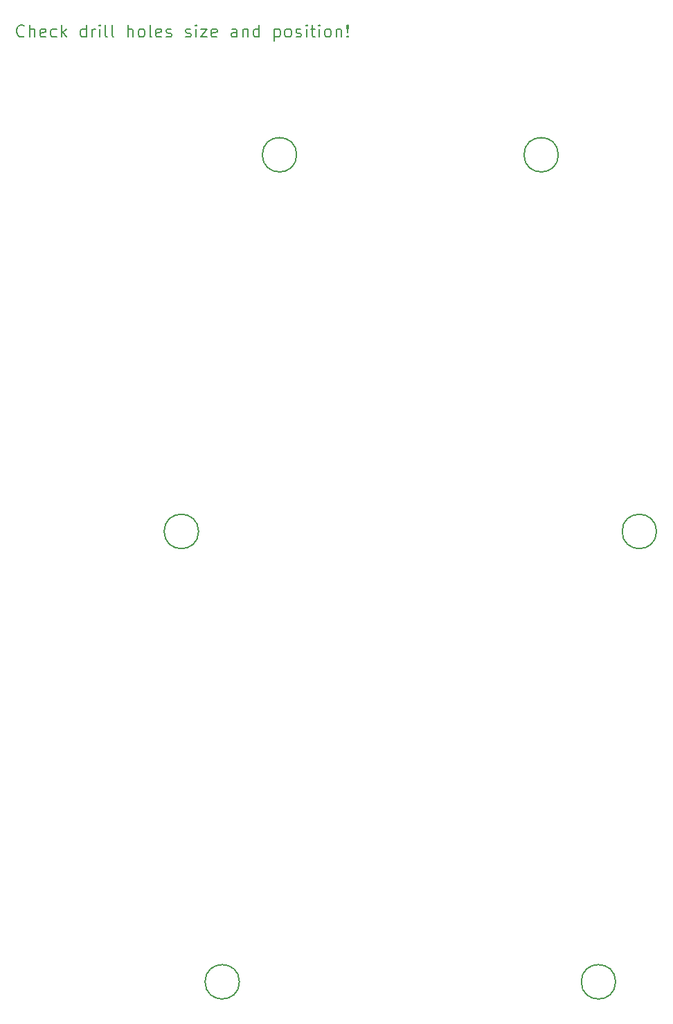
<source format=gbr>
%TF.GenerationSoftware,KiCad,Pcbnew,8.0.8*%
%TF.CreationDate,2025-04-16T18:52:08+01:00*%
%TF.ProjectId,Front_panel_Tx,46726f6e-745f-4706-916e-656c5f54782e,rev?*%
%TF.SameCoordinates,Original*%
%TF.FileFunction,Other,Comment*%
%FSLAX46Y46*%
G04 Gerber Fmt 4.6, Leading zero omitted, Abs format (unit mm)*
G04 Created by KiCad (PCBNEW 8.0.8) date 2025-04-16 18:52:08*
%MOMM*%
%LPD*%
G01*
G04 APERTURE LIST*
%ADD10C,0.187500*%
%ADD11C,0.150000*%
G04 APERTURE END LIST*
D10*
X83307640Y-31983821D02*
X83236212Y-32055250D01*
X83236212Y-32055250D02*
X83021926Y-32126678D01*
X83021926Y-32126678D02*
X82879069Y-32126678D01*
X82879069Y-32126678D02*
X82664783Y-32055250D01*
X82664783Y-32055250D02*
X82521926Y-31912392D01*
X82521926Y-31912392D02*
X82450497Y-31769535D01*
X82450497Y-31769535D02*
X82379069Y-31483821D01*
X82379069Y-31483821D02*
X82379069Y-31269535D01*
X82379069Y-31269535D02*
X82450497Y-30983821D01*
X82450497Y-30983821D02*
X82521926Y-30840964D01*
X82521926Y-30840964D02*
X82664783Y-30698107D01*
X82664783Y-30698107D02*
X82879069Y-30626678D01*
X82879069Y-30626678D02*
X83021926Y-30626678D01*
X83021926Y-30626678D02*
X83236212Y-30698107D01*
X83236212Y-30698107D02*
X83307640Y-30769535D01*
X83950497Y-32126678D02*
X83950497Y-30626678D01*
X84593355Y-32126678D02*
X84593355Y-31340964D01*
X84593355Y-31340964D02*
X84521926Y-31198107D01*
X84521926Y-31198107D02*
X84379069Y-31126678D01*
X84379069Y-31126678D02*
X84164783Y-31126678D01*
X84164783Y-31126678D02*
X84021926Y-31198107D01*
X84021926Y-31198107D02*
X83950497Y-31269535D01*
X85879069Y-32055250D02*
X85736212Y-32126678D01*
X85736212Y-32126678D02*
X85450498Y-32126678D01*
X85450498Y-32126678D02*
X85307640Y-32055250D01*
X85307640Y-32055250D02*
X85236212Y-31912392D01*
X85236212Y-31912392D02*
X85236212Y-31340964D01*
X85236212Y-31340964D02*
X85307640Y-31198107D01*
X85307640Y-31198107D02*
X85450498Y-31126678D01*
X85450498Y-31126678D02*
X85736212Y-31126678D01*
X85736212Y-31126678D02*
X85879069Y-31198107D01*
X85879069Y-31198107D02*
X85950498Y-31340964D01*
X85950498Y-31340964D02*
X85950498Y-31483821D01*
X85950498Y-31483821D02*
X85236212Y-31626678D01*
X87236212Y-32055250D02*
X87093354Y-32126678D01*
X87093354Y-32126678D02*
X86807640Y-32126678D01*
X86807640Y-32126678D02*
X86664783Y-32055250D01*
X86664783Y-32055250D02*
X86593354Y-31983821D01*
X86593354Y-31983821D02*
X86521926Y-31840964D01*
X86521926Y-31840964D02*
X86521926Y-31412392D01*
X86521926Y-31412392D02*
X86593354Y-31269535D01*
X86593354Y-31269535D02*
X86664783Y-31198107D01*
X86664783Y-31198107D02*
X86807640Y-31126678D01*
X86807640Y-31126678D02*
X87093354Y-31126678D01*
X87093354Y-31126678D02*
X87236212Y-31198107D01*
X87879068Y-32126678D02*
X87879068Y-30626678D01*
X88021926Y-31555250D02*
X88450497Y-32126678D01*
X88450497Y-31126678D02*
X87879068Y-31698107D01*
X90879069Y-32126678D02*
X90879069Y-30626678D01*
X90879069Y-32055250D02*
X90736211Y-32126678D01*
X90736211Y-32126678D02*
X90450497Y-32126678D01*
X90450497Y-32126678D02*
X90307640Y-32055250D01*
X90307640Y-32055250D02*
X90236211Y-31983821D01*
X90236211Y-31983821D02*
X90164783Y-31840964D01*
X90164783Y-31840964D02*
X90164783Y-31412392D01*
X90164783Y-31412392D02*
X90236211Y-31269535D01*
X90236211Y-31269535D02*
X90307640Y-31198107D01*
X90307640Y-31198107D02*
X90450497Y-31126678D01*
X90450497Y-31126678D02*
X90736211Y-31126678D01*
X90736211Y-31126678D02*
X90879069Y-31198107D01*
X91593354Y-32126678D02*
X91593354Y-31126678D01*
X91593354Y-31412392D02*
X91664783Y-31269535D01*
X91664783Y-31269535D02*
X91736212Y-31198107D01*
X91736212Y-31198107D02*
X91879069Y-31126678D01*
X91879069Y-31126678D02*
X92021926Y-31126678D01*
X92521925Y-32126678D02*
X92521925Y-31126678D01*
X92521925Y-30626678D02*
X92450497Y-30698107D01*
X92450497Y-30698107D02*
X92521925Y-30769535D01*
X92521925Y-30769535D02*
X92593354Y-30698107D01*
X92593354Y-30698107D02*
X92521925Y-30626678D01*
X92521925Y-30626678D02*
X92521925Y-30769535D01*
X93450497Y-32126678D02*
X93307640Y-32055250D01*
X93307640Y-32055250D02*
X93236211Y-31912392D01*
X93236211Y-31912392D02*
X93236211Y-30626678D01*
X94236211Y-32126678D02*
X94093354Y-32055250D01*
X94093354Y-32055250D02*
X94021925Y-31912392D01*
X94021925Y-31912392D02*
X94021925Y-30626678D01*
X95950496Y-32126678D02*
X95950496Y-30626678D01*
X96593354Y-32126678D02*
X96593354Y-31340964D01*
X96593354Y-31340964D02*
X96521925Y-31198107D01*
X96521925Y-31198107D02*
X96379068Y-31126678D01*
X96379068Y-31126678D02*
X96164782Y-31126678D01*
X96164782Y-31126678D02*
X96021925Y-31198107D01*
X96021925Y-31198107D02*
X95950496Y-31269535D01*
X97521925Y-32126678D02*
X97379068Y-32055250D01*
X97379068Y-32055250D02*
X97307639Y-31983821D01*
X97307639Y-31983821D02*
X97236211Y-31840964D01*
X97236211Y-31840964D02*
X97236211Y-31412392D01*
X97236211Y-31412392D02*
X97307639Y-31269535D01*
X97307639Y-31269535D02*
X97379068Y-31198107D01*
X97379068Y-31198107D02*
X97521925Y-31126678D01*
X97521925Y-31126678D02*
X97736211Y-31126678D01*
X97736211Y-31126678D02*
X97879068Y-31198107D01*
X97879068Y-31198107D02*
X97950497Y-31269535D01*
X97950497Y-31269535D02*
X98021925Y-31412392D01*
X98021925Y-31412392D02*
X98021925Y-31840964D01*
X98021925Y-31840964D02*
X97950497Y-31983821D01*
X97950497Y-31983821D02*
X97879068Y-32055250D01*
X97879068Y-32055250D02*
X97736211Y-32126678D01*
X97736211Y-32126678D02*
X97521925Y-32126678D01*
X98879068Y-32126678D02*
X98736211Y-32055250D01*
X98736211Y-32055250D02*
X98664782Y-31912392D01*
X98664782Y-31912392D02*
X98664782Y-30626678D01*
X100021925Y-32055250D02*
X99879068Y-32126678D01*
X99879068Y-32126678D02*
X99593354Y-32126678D01*
X99593354Y-32126678D02*
X99450496Y-32055250D01*
X99450496Y-32055250D02*
X99379068Y-31912392D01*
X99379068Y-31912392D02*
X99379068Y-31340964D01*
X99379068Y-31340964D02*
X99450496Y-31198107D01*
X99450496Y-31198107D02*
X99593354Y-31126678D01*
X99593354Y-31126678D02*
X99879068Y-31126678D01*
X99879068Y-31126678D02*
X100021925Y-31198107D01*
X100021925Y-31198107D02*
X100093354Y-31340964D01*
X100093354Y-31340964D02*
X100093354Y-31483821D01*
X100093354Y-31483821D02*
X99379068Y-31626678D01*
X100664782Y-32055250D02*
X100807639Y-32126678D01*
X100807639Y-32126678D02*
X101093353Y-32126678D01*
X101093353Y-32126678D02*
X101236210Y-32055250D01*
X101236210Y-32055250D02*
X101307639Y-31912392D01*
X101307639Y-31912392D02*
X101307639Y-31840964D01*
X101307639Y-31840964D02*
X101236210Y-31698107D01*
X101236210Y-31698107D02*
X101093353Y-31626678D01*
X101093353Y-31626678D02*
X100879068Y-31626678D01*
X100879068Y-31626678D02*
X100736210Y-31555250D01*
X100736210Y-31555250D02*
X100664782Y-31412392D01*
X100664782Y-31412392D02*
X100664782Y-31340964D01*
X100664782Y-31340964D02*
X100736210Y-31198107D01*
X100736210Y-31198107D02*
X100879068Y-31126678D01*
X100879068Y-31126678D02*
X101093353Y-31126678D01*
X101093353Y-31126678D02*
X101236210Y-31198107D01*
X103021925Y-32055250D02*
X103164782Y-32126678D01*
X103164782Y-32126678D02*
X103450496Y-32126678D01*
X103450496Y-32126678D02*
X103593353Y-32055250D01*
X103593353Y-32055250D02*
X103664782Y-31912392D01*
X103664782Y-31912392D02*
X103664782Y-31840964D01*
X103664782Y-31840964D02*
X103593353Y-31698107D01*
X103593353Y-31698107D02*
X103450496Y-31626678D01*
X103450496Y-31626678D02*
X103236211Y-31626678D01*
X103236211Y-31626678D02*
X103093353Y-31555250D01*
X103093353Y-31555250D02*
X103021925Y-31412392D01*
X103021925Y-31412392D02*
X103021925Y-31340964D01*
X103021925Y-31340964D02*
X103093353Y-31198107D01*
X103093353Y-31198107D02*
X103236211Y-31126678D01*
X103236211Y-31126678D02*
X103450496Y-31126678D01*
X103450496Y-31126678D02*
X103593353Y-31198107D01*
X104307639Y-32126678D02*
X104307639Y-31126678D01*
X104307639Y-30626678D02*
X104236211Y-30698107D01*
X104236211Y-30698107D02*
X104307639Y-30769535D01*
X104307639Y-30769535D02*
X104379068Y-30698107D01*
X104379068Y-30698107D02*
X104307639Y-30626678D01*
X104307639Y-30626678D02*
X104307639Y-30769535D01*
X104879068Y-31126678D02*
X105664783Y-31126678D01*
X105664783Y-31126678D02*
X104879068Y-32126678D01*
X104879068Y-32126678D02*
X105664783Y-32126678D01*
X106807640Y-32055250D02*
X106664783Y-32126678D01*
X106664783Y-32126678D02*
X106379069Y-32126678D01*
X106379069Y-32126678D02*
X106236211Y-32055250D01*
X106236211Y-32055250D02*
X106164783Y-31912392D01*
X106164783Y-31912392D02*
X106164783Y-31340964D01*
X106164783Y-31340964D02*
X106236211Y-31198107D01*
X106236211Y-31198107D02*
X106379069Y-31126678D01*
X106379069Y-31126678D02*
X106664783Y-31126678D01*
X106664783Y-31126678D02*
X106807640Y-31198107D01*
X106807640Y-31198107D02*
X106879069Y-31340964D01*
X106879069Y-31340964D02*
X106879069Y-31483821D01*
X106879069Y-31483821D02*
X106164783Y-31626678D01*
X109307640Y-32126678D02*
X109307640Y-31340964D01*
X109307640Y-31340964D02*
X109236211Y-31198107D01*
X109236211Y-31198107D02*
X109093354Y-31126678D01*
X109093354Y-31126678D02*
X108807640Y-31126678D01*
X108807640Y-31126678D02*
X108664782Y-31198107D01*
X109307640Y-32055250D02*
X109164782Y-32126678D01*
X109164782Y-32126678D02*
X108807640Y-32126678D01*
X108807640Y-32126678D02*
X108664782Y-32055250D01*
X108664782Y-32055250D02*
X108593354Y-31912392D01*
X108593354Y-31912392D02*
X108593354Y-31769535D01*
X108593354Y-31769535D02*
X108664782Y-31626678D01*
X108664782Y-31626678D02*
X108807640Y-31555250D01*
X108807640Y-31555250D02*
X109164782Y-31555250D01*
X109164782Y-31555250D02*
X109307640Y-31483821D01*
X110021925Y-31126678D02*
X110021925Y-32126678D01*
X110021925Y-31269535D02*
X110093354Y-31198107D01*
X110093354Y-31198107D02*
X110236211Y-31126678D01*
X110236211Y-31126678D02*
X110450497Y-31126678D01*
X110450497Y-31126678D02*
X110593354Y-31198107D01*
X110593354Y-31198107D02*
X110664783Y-31340964D01*
X110664783Y-31340964D02*
X110664783Y-32126678D01*
X112021926Y-32126678D02*
X112021926Y-30626678D01*
X112021926Y-32055250D02*
X111879068Y-32126678D01*
X111879068Y-32126678D02*
X111593354Y-32126678D01*
X111593354Y-32126678D02*
X111450497Y-32055250D01*
X111450497Y-32055250D02*
X111379068Y-31983821D01*
X111379068Y-31983821D02*
X111307640Y-31840964D01*
X111307640Y-31840964D02*
X111307640Y-31412392D01*
X111307640Y-31412392D02*
X111379068Y-31269535D01*
X111379068Y-31269535D02*
X111450497Y-31198107D01*
X111450497Y-31198107D02*
X111593354Y-31126678D01*
X111593354Y-31126678D02*
X111879068Y-31126678D01*
X111879068Y-31126678D02*
X112021926Y-31198107D01*
X113879068Y-31126678D02*
X113879068Y-32626678D01*
X113879068Y-31198107D02*
X114021926Y-31126678D01*
X114021926Y-31126678D02*
X114307640Y-31126678D01*
X114307640Y-31126678D02*
X114450497Y-31198107D01*
X114450497Y-31198107D02*
X114521926Y-31269535D01*
X114521926Y-31269535D02*
X114593354Y-31412392D01*
X114593354Y-31412392D02*
X114593354Y-31840964D01*
X114593354Y-31840964D02*
X114521926Y-31983821D01*
X114521926Y-31983821D02*
X114450497Y-32055250D01*
X114450497Y-32055250D02*
X114307640Y-32126678D01*
X114307640Y-32126678D02*
X114021926Y-32126678D01*
X114021926Y-32126678D02*
X113879068Y-32055250D01*
X115450497Y-32126678D02*
X115307640Y-32055250D01*
X115307640Y-32055250D02*
X115236211Y-31983821D01*
X115236211Y-31983821D02*
X115164783Y-31840964D01*
X115164783Y-31840964D02*
X115164783Y-31412392D01*
X115164783Y-31412392D02*
X115236211Y-31269535D01*
X115236211Y-31269535D02*
X115307640Y-31198107D01*
X115307640Y-31198107D02*
X115450497Y-31126678D01*
X115450497Y-31126678D02*
X115664783Y-31126678D01*
X115664783Y-31126678D02*
X115807640Y-31198107D01*
X115807640Y-31198107D02*
X115879069Y-31269535D01*
X115879069Y-31269535D02*
X115950497Y-31412392D01*
X115950497Y-31412392D02*
X115950497Y-31840964D01*
X115950497Y-31840964D02*
X115879069Y-31983821D01*
X115879069Y-31983821D02*
X115807640Y-32055250D01*
X115807640Y-32055250D02*
X115664783Y-32126678D01*
X115664783Y-32126678D02*
X115450497Y-32126678D01*
X116521926Y-32055250D02*
X116664783Y-32126678D01*
X116664783Y-32126678D02*
X116950497Y-32126678D01*
X116950497Y-32126678D02*
X117093354Y-32055250D01*
X117093354Y-32055250D02*
X117164783Y-31912392D01*
X117164783Y-31912392D02*
X117164783Y-31840964D01*
X117164783Y-31840964D02*
X117093354Y-31698107D01*
X117093354Y-31698107D02*
X116950497Y-31626678D01*
X116950497Y-31626678D02*
X116736212Y-31626678D01*
X116736212Y-31626678D02*
X116593354Y-31555250D01*
X116593354Y-31555250D02*
X116521926Y-31412392D01*
X116521926Y-31412392D02*
X116521926Y-31340964D01*
X116521926Y-31340964D02*
X116593354Y-31198107D01*
X116593354Y-31198107D02*
X116736212Y-31126678D01*
X116736212Y-31126678D02*
X116950497Y-31126678D01*
X116950497Y-31126678D02*
X117093354Y-31198107D01*
X117807640Y-32126678D02*
X117807640Y-31126678D01*
X117807640Y-30626678D02*
X117736212Y-30698107D01*
X117736212Y-30698107D02*
X117807640Y-30769535D01*
X117807640Y-30769535D02*
X117879069Y-30698107D01*
X117879069Y-30698107D02*
X117807640Y-30626678D01*
X117807640Y-30626678D02*
X117807640Y-30769535D01*
X118307641Y-31126678D02*
X118879069Y-31126678D01*
X118521926Y-30626678D02*
X118521926Y-31912392D01*
X118521926Y-31912392D02*
X118593355Y-32055250D01*
X118593355Y-32055250D02*
X118736212Y-32126678D01*
X118736212Y-32126678D02*
X118879069Y-32126678D01*
X119379069Y-32126678D02*
X119379069Y-31126678D01*
X119379069Y-30626678D02*
X119307641Y-30698107D01*
X119307641Y-30698107D02*
X119379069Y-30769535D01*
X119379069Y-30769535D02*
X119450498Y-30698107D01*
X119450498Y-30698107D02*
X119379069Y-30626678D01*
X119379069Y-30626678D02*
X119379069Y-30769535D01*
X120307641Y-32126678D02*
X120164784Y-32055250D01*
X120164784Y-32055250D02*
X120093355Y-31983821D01*
X120093355Y-31983821D02*
X120021927Y-31840964D01*
X120021927Y-31840964D02*
X120021927Y-31412392D01*
X120021927Y-31412392D02*
X120093355Y-31269535D01*
X120093355Y-31269535D02*
X120164784Y-31198107D01*
X120164784Y-31198107D02*
X120307641Y-31126678D01*
X120307641Y-31126678D02*
X120521927Y-31126678D01*
X120521927Y-31126678D02*
X120664784Y-31198107D01*
X120664784Y-31198107D02*
X120736213Y-31269535D01*
X120736213Y-31269535D02*
X120807641Y-31412392D01*
X120807641Y-31412392D02*
X120807641Y-31840964D01*
X120807641Y-31840964D02*
X120736213Y-31983821D01*
X120736213Y-31983821D02*
X120664784Y-32055250D01*
X120664784Y-32055250D02*
X120521927Y-32126678D01*
X120521927Y-32126678D02*
X120307641Y-32126678D01*
X121450498Y-31126678D02*
X121450498Y-32126678D01*
X121450498Y-31269535D02*
X121521927Y-31198107D01*
X121521927Y-31198107D02*
X121664784Y-31126678D01*
X121664784Y-31126678D02*
X121879070Y-31126678D01*
X121879070Y-31126678D02*
X122021927Y-31198107D01*
X122021927Y-31198107D02*
X122093356Y-31340964D01*
X122093356Y-31340964D02*
X122093356Y-32126678D01*
X122807641Y-31983821D02*
X122879070Y-32055250D01*
X122879070Y-32055250D02*
X122807641Y-32126678D01*
X122807641Y-32126678D02*
X122736213Y-32055250D01*
X122736213Y-32055250D02*
X122807641Y-31983821D01*
X122807641Y-31983821D02*
X122807641Y-32126678D01*
X122807641Y-31555250D02*
X122736213Y-30698107D01*
X122736213Y-30698107D02*
X122807641Y-30626678D01*
X122807641Y-30626678D02*
X122879070Y-30698107D01*
X122879070Y-30698107D02*
X122807641Y-31555250D01*
X122807641Y-31555250D02*
X122807641Y-30626678D01*
D11*
%TO.C,H6*%
X148600000Y-46500000D02*
G75*
G02*
X144400000Y-46500000I-2100000J0D01*
G01*
X144400000Y-46500000D02*
G75*
G02*
X148600000Y-46500000I2100000J0D01*
G01*
%TO.C,H5*%
X116600000Y-46500000D02*
G75*
G02*
X112400000Y-46500000I-2100000J0D01*
G01*
X112400000Y-46500000D02*
G75*
G02*
X116600000Y-46500000I2100000J0D01*
G01*
%TO.C,H4*%
X155600000Y-147500000D02*
G75*
G02*
X151400000Y-147500000I-2100000J0D01*
G01*
X151400000Y-147500000D02*
G75*
G02*
X155600000Y-147500000I2100000J0D01*
G01*
%TO.C,H3*%
X109600000Y-147500000D02*
G75*
G02*
X105400000Y-147500000I-2100000J0D01*
G01*
X105400000Y-147500000D02*
G75*
G02*
X109600000Y-147500000I2100000J0D01*
G01*
%TO.C,H2*%
X160600000Y-92500000D02*
G75*
G02*
X156400000Y-92500000I-2100000J0D01*
G01*
X156400000Y-92500000D02*
G75*
G02*
X160600000Y-92500000I2100000J0D01*
G01*
%TO.C,H1*%
X104600000Y-92500000D02*
G75*
G02*
X100400000Y-92500000I-2100000J0D01*
G01*
X100400000Y-92500000D02*
G75*
G02*
X104600000Y-92500000I2100000J0D01*
G01*
%TD*%
M02*

</source>
